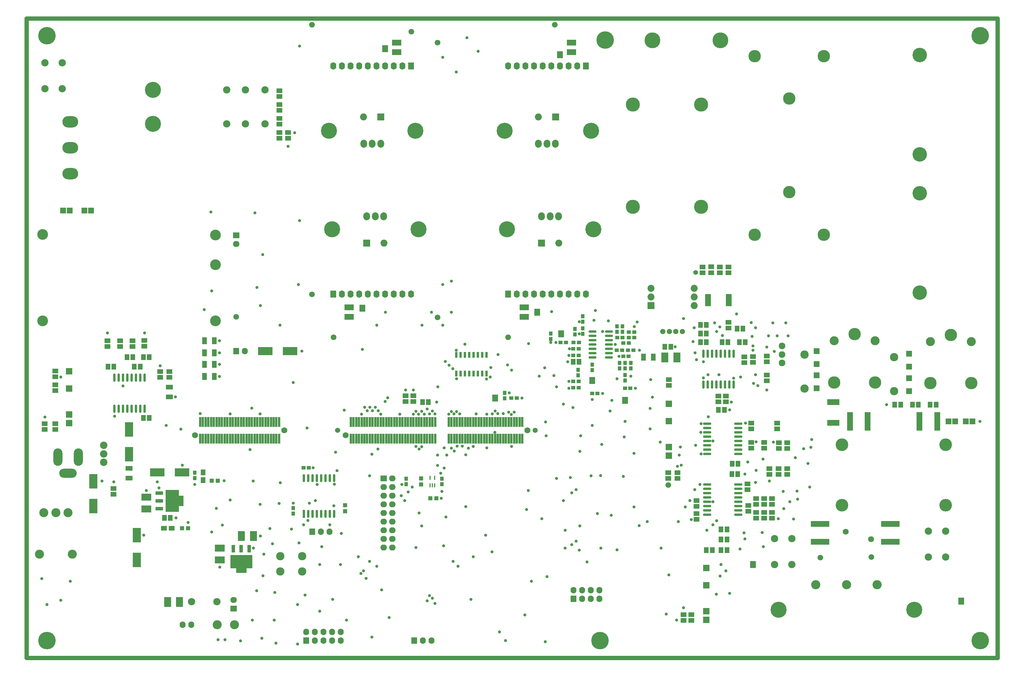
<source format=gts>
G04 Layer_Color=8388736*
%FSLAX25Y25*%
%MOIN*%
G70*
G01*
G75*
%ADD48C,0.05000*%
%ADD123R,0.06506X0.14379*%
%ADD124R,0.04537X0.04340*%
%ADD125R,0.06506X0.05718*%
%ADD126R,0.04340X0.04537*%
%ADD127R,0.05718X0.06506*%
%ADD128R,0.06899X0.06506*%
%ADD129R,0.03002X0.06624*%
%ADD130O,0.02962X0.09655*%
%ADD131R,0.01781X0.04537*%
%ADD132R,0.10600X0.12400*%
%ADD133R,0.15600X0.25600*%
%ADD134R,0.08600X0.04100*%
%ADD135O,0.02962X0.09261*%
%ADD136R,0.02962X0.09261*%
%ADD137O,0.09261X0.02962*%
%ADD138R,0.04537X0.04734*%
%ADD139R,0.06702X0.06899*%
%ADD140R,0.10600X0.06899*%
%ADD141R,0.07883X0.05718*%
%ADD142R,0.02569X0.11324*%
%ADD143R,0.02569X0.11324*%
%ADD144R,0.05521X0.06702*%
%ADD145R,0.17135X0.09261*%
%ADD146R,0.06899X0.21466*%
%ADD147R,0.08474X0.11624*%
%ADD148R,0.11624X0.08474*%
%ADD149R,0.21466X0.06899*%
%ADD150R,0.09261X0.17135*%
%ADD151R,0.06702X0.05521*%
%ADD152R,0.14379X0.06506*%
%ADD153R,0.12400X0.10600*%
%ADD154R,0.25600X0.15600*%
%ADD155R,0.04100X0.08600*%
%ADD156O,0.09655X0.02962*%
%ADD157R,0.05718X0.07883*%
%ADD158R,0.04734X0.04537*%
%ADD159C,0.16742*%
%ADD160C,0.08080*%
%ADD161R,0.08080X0.08080*%
%ADD162C,0.06112*%
%ADD163C,0.16348*%
%ADD164C,0.14379*%
%ADD165C,0.07698*%
%ADD166R,0.07608X0.07608*%
%ADD167C,0.10443*%
%ADD168O,0.06899X0.07687*%
%ADD169R,0.06899X0.08474*%
%ADD170C,0.09600*%
%ADD171C,0.08600*%
%ADD172C,0.06899*%
%ADD173O,0.07687X0.09261*%
%ADD174C,0.12411*%
%ADD175C,0.12411*%
%ADD176R,0.06899X0.07687*%
%ADD177O,0.07687X0.06899*%
%ADD178R,0.07687X0.06899*%
%ADD179C,0.14600*%
%ADD180C,0.18316*%
%ADD181O,0.10443X0.20285*%
%ADD182O,0.20285X0.10443*%
%ADD183C,0.18600*%
%ADD184C,0.10600*%
%ADD185C,0.05907*%
%ADD186C,0.07000*%
%ADD187C,0.08474*%
%ADD188R,0.08080X0.08080*%
%ADD189O,0.18316X0.13198*%
%ADD190O,0.06899X0.08474*%
%ADD191C,0.06600*%
%ADD192C,0.20285*%
%ADD193C,0.03600*%
%ADD194C,0.05600*%
D48*
X-23622Y-20000D02*
X1100000D01*
Y720000D01*
X-23622D02*
X1100000D01*
X-23622Y-20000D02*
Y720000D01*
D123*
X789008Y394000D02*
D03*
X764992D02*
D03*
D124*
X673350Y357000D02*
D03*
X679650D02*
D03*
X296850Y200000D02*
D03*
X303150D02*
D03*
X609350Y345000D02*
D03*
X615650D02*
D03*
X673350Y344201D02*
D03*
X667051D02*
D03*
X673350Y350500D02*
D03*
X679650D02*
D03*
X537350Y280500D02*
D03*
X543650D02*
D03*
X615427Y292415D02*
D03*
X609128D02*
D03*
X659350Y336000D02*
D03*
X665650D02*
D03*
X672350D02*
D03*
X678650D02*
D03*
X594350Y345000D02*
D03*
X600650D02*
D03*
X666150Y350500D02*
D03*
X659850D02*
D03*
X609128Y337415D02*
D03*
X615428D02*
D03*
X609128Y329915D02*
D03*
X615428D02*
D03*
X609128Y299915D02*
D03*
X615428D02*
D03*
X666850Y329000D02*
D03*
X673150D02*
D03*
X675150Y292000D02*
D03*
X668850D02*
D03*
X637150Y286000D02*
D03*
X630850D02*
D03*
D125*
X758500Y425654D02*
D03*
Y432346D02*
D03*
X833000Y300654D02*
D03*
Y307347D02*
D03*
X788600Y432093D02*
D03*
Y425400D02*
D03*
X778700D02*
D03*
Y432093D02*
D03*
X768500Y425700D02*
D03*
Y432393D02*
D03*
X777000Y282846D02*
D03*
Y276153D02*
D03*
X785700Y282846D02*
D03*
Y276153D02*
D03*
X269000Y620346D02*
D03*
Y613654D02*
D03*
X9778Y250761D02*
D03*
Y244069D02*
D03*
X745800Y23307D02*
D03*
Y30000D02*
D03*
X719078Y194346D02*
D03*
Y187654D02*
D03*
X77000Y175847D02*
D03*
Y169153D02*
D03*
X9500Y289154D02*
D03*
Y295847D02*
D03*
X-2722Y250761D02*
D03*
Y244069D02*
D03*
X736500Y23154D02*
D03*
Y29847D02*
D03*
X141500Y311347D02*
D03*
Y304654D02*
D03*
X729500Y194346D02*
D03*
Y187654D02*
D03*
X807000Y328346D02*
D03*
Y321654D02*
D03*
X751500Y146846D02*
D03*
Y140154D02*
D03*
X820500Y141654D02*
D03*
Y148346D02*
D03*
X810500Y181346D02*
D03*
Y174653D02*
D03*
X830000Y148346D02*
D03*
Y141654D02*
D03*
X820500Y157653D02*
D03*
Y164347D02*
D03*
X811500Y149653D02*
D03*
Y156346D02*
D03*
X751500Y155154D02*
D03*
Y161846D02*
D03*
X830000Y164347D02*
D03*
Y157653D02*
D03*
X839000D02*
D03*
Y164347D02*
D03*
Y148346D02*
D03*
Y141654D02*
D03*
X815100Y244892D02*
D03*
Y251585D02*
D03*
X845100Y244892D02*
D03*
Y251585D02*
D03*
X815100Y229085D02*
D03*
Y222392D02*
D03*
X830100D02*
D03*
Y229085D02*
D03*
X847000Y228847D02*
D03*
Y222153D02*
D03*
X856500Y228847D02*
D03*
Y222153D02*
D03*
X415000Y283347D02*
D03*
Y276654D02*
D03*
X424000D02*
D03*
Y283347D02*
D03*
X9500Y305153D02*
D03*
Y311846D02*
D03*
X70000Y346947D02*
D03*
Y340253D02*
D03*
X84500Y346947D02*
D03*
Y340253D02*
D03*
X99000D02*
D03*
Y346947D02*
D03*
X112500Y347346D02*
D03*
Y340653D02*
D03*
X131000Y311347D02*
D03*
Y304654D02*
D03*
X269000Y629654D02*
D03*
Y636346D02*
D03*
Y597653D02*
D03*
Y604347D02*
D03*
X279000Y587847D02*
D03*
Y581153D02*
D03*
X269000Y581153D02*
D03*
Y587847D02*
D03*
X788500Y368347D02*
D03*
Y361653D02*
D03*
X719578Y295153D02*
D03*
Y301847D02*
D03*
X817000Y328447D02*
D03*
Y321754D02*
D03*
X833000Y322654D02*
D03*
Y329346D02*
D03*
X856500Y198846D02*
D03*
Y192154D02*
D03*
X846500Y198846D02*
D03*
Y192154D02*
D03*
X836000Y198846D02*
D03*
Y192154D02*
D03*
D126*
X659500Y363650D02*
D03*
Y357350D02*
D03*
X662500Y314850D02*
D03*
Y321150D02*
D03*
X620000Y361150D02*
D03*
Y354850D02*
D03*
Y368850D02*
D03*
Y375150D02*
D03*
X610978Y354180D02*
D03*
Y360479D02*
D03*
X666000Y363650D02*
D03*
Y357350D02*
D03*
X631000Y319150D02*
D03*
Y312850D02*
D03*
X669000Y300850D02*
D03*
Y307150D02*
D03*
X614778Y313065D02*
D03*
Y306765D02*
D03*
X675500Y321150D02*
D03*
Y314850D02*
D03*
X669000Y314850D02*
D03*
Y321150D02*
D03*
X583000Y348850D02*
D03*
Y355150D02*
D03*
X529500Y286650D02*
D03*
Y280350D02*
D03*
X457000Y187150D02*
D03*
Y180850D02*
D03*
X415500D02*
D03*
Y187150D02*
D03*
X171000Y194150D02*
D03*
Y187850D02*
D03*
X285000Y146850D02*
D03*
Y153150D02*
D03*
D127*
X777153Y267000D02*
D03*
X783847D02*
D03*
X715154Y340000D02*
D03*
X721846D02*
D03*
X799643Y204400D02*
D03*
X792950D02*
D03*
X786846Y128500D02*
D03*
X780154D02*
D03*
X615624Y322415D02*
D03*
X608931D02*
D03*
X142546Y141900D02*
D03*
X135854D02*
D03*
X786846Y104500D02*
D03*
X780154D02*
D03*
X77346Y317000D02*
D03*
X70653D02*
D03*
X763068Y345085D02*
D03*
X756376D02*
D03*
X769846Y104500D02*
D03*
X763154D02*
D03*
X780154Y117000D02*
D03*
X786846D02*
D03*
X792654Y192500D02*
D03*
X799346D02*
D03*
X434654Y276000D02*
D03*
X441347D02*
D03*
X92654Y328000D02*
D03*
X99347D02*
D03*
X111653D02*
D03*
X118347D02*
D03*
X107846Y317000D02*
D03*
X101154D02*
D03*
X118347Y257500D02*
D03*
X111653D02*
D03*
X798654Y361000D02*
D03*
X805346D02*
D03*
X756376Y365085D02*
D03*
X763068D02*
D03*
X763068Y355085D02*
D03*
X756376D02*
D03*
X808068Y345085D02*
D03*
X801376D02*
D03*
X781376D02*
D03*
X788068D02*
D03*
X987846Y273000D02*
D03*
X981153D02*
D03*
X1001653D02*
D03*
X1008346D02*
D03*
X1028846D02*
D03*
X1022153D02*
D03*
D128*
X997500Y331980D02*
D03*
Y317020D02*
D03*
X890500Y292020D02*
D03*
Y306980D02*
D03*
Y334980D02*
D03*
Y320020D02*
D03*
X997500Y288520D02*
D03*
Y303480D02*
D03*
D129*
X473578Y309008D02*
D03*
X478578D02*
D03*
X483578D02*
D03*
X488578D02*
D03*
X493578D02*
D03*
X498578D02*
D03*
X503578D02*
D03*
X508578D02*
D03*
X488578Y330504D02*
D03*
X483578D02*
D03*
X478578D02*
D03*
X473578D02*
D03*
X503578D02*
D03*
X498578D02*
D03*
X493578D02*
D03*
X508578D02*
D03*
D130*
X759500Y296087D02*
D03*
X764500D02*
D03*
X769500D02*
D03*
X774500D02*
D03*
X779500D02*
D03*
X784500D02*
D03*
X789500D02*
D03*
X794500D02*
D03*
X759500Y331913D02*
D03*
X764500D02*
D03*
X769500D02*
D03*
X774500D02*
D03*
X779500D02*
D03*
X784500D02*
D03*
X789500D02*
D03*
X794500D02*
D03*
X78057Y268234D02*
D03*
X83057D02*
D03*
X88057D02*
D03*
X93057D02*
D03*
X98057D02*
D03*
X103057D02*
D03*
X108057D02*
D03*
X113057D02*
D03*
X78057Y304061D02*
D03*
X83057D02*
D03*
X88057D02*
D03*
X93057D02*
D03*
X98057D02*
D03*
X103057D02*
D03*
X108057D02*
D03*
X113057D02*
D03*
D131*
X448559Y179669D02*
D03*
X443441D02*
D03*
X446000D02*
D03*
X448559Y188331D02*
D03*
X443441D02*
D03*
D132*
X152592Y161686D02*
D03*
D133*
X145008Y161700D02*
D03*
D134*
X130008Y152500D02*
D03*
Y161600D02*
D03*
Y170700D02*
D03*
D135*
X332378Y187984D02*
D03*
X327378D02*
D03*
X322378D02*
D03*
X317378D02*
D03*
X312378D02*
D03*
X307378D02*
D03*
X302378D02*
D03*
X297378D02*
D03*
X332378Y146646D02*
D03*
X327378D02*
D03*
X322378D02*
D03*
X317378D02*
D03*
X312378D02*
D03*
X307378D02*
D03*
X302378D02*
D03*
D136*
X297378D02*
D03*
D137*
X631351Y357415D02*
D03*
Y352415D02*
D03*
Y347415D02*
D03*
Y342415D02*
D03*
Y337415D02*
D03*
Y332415D02*
D03*
Y327415D02*
D03*
X650249Y357415D02*
D03*
Y352415D02*
D03*
Y347415D02*
D03*
Y342415D02*
D03*
Y337415D02*
D03*
Y332415D02*
D03*
Y327415D02*
D03*
D138*
X433000Y180496D02*
D03*
Y187504D02*
D03*
X345000Y156504D02*
D03*
Y149496D02*
D03*
D139*
X1050839Y253500D02*
D03*
X1043161D02*
D03*
X43161Y497500D02*
D03*
X50839D02*
D03*
X26339D02*
D03*
X18661D02*
D03*
X1063161Y253500D02*
D03*
X1070839D02*
D03*
D140*
X607000Y680988D02*
D03*
Y692012D02*
D03*
X349778Y385427D02*
D03*
Y374403D02*
D03*
X552278Y385427D02*
D03*
Y374403D02*
D03*
X404500Y680988D02*
D03*
Y692012D02*
D03*
D141*
X95000Y199209D02*
D03*
Y187791D02*
D03*
X141500Y293209D02*
D03*
Y281791D02*
D03*
D142*
X177291Y233614D02*
D03*
Y253000D02*
D03*
X180441Y233614D02*
D03*
Y253000D02*
D03*
X183591Y233614D02*
D03*
Y253000D02*
D03*
X186740Y233614D02*
D03*
Y253000D02*
D03*
X189890Y233614D02*
D03*
Y253000D02*
D03*
X193039Y233614D02*
D03*
Y253000D02*
D03*
X196189Y233614D02*
D03*
Y253000D02*
D03*
X199339Y233614D02*
D03*
Y253000D02*
D03*
X202488Y233614D02*
D03*
Y253000D02*
D03*
X205638Y233614D02*
D03*
Y253000D02*
D03*
X208787D02*
D03*
X211937Y233614D02*
D03*
Y253000D02*
D03*
X215087Y233614D02*
D03*
Y253000D02*
D03*
X218236Y233614D02*
D03*
Y253000D02*
D03*
X221386Y233614D02*
D03*
Y253000D02*
D03*
X224535Y233614D02*
D03*
Y253000D02*
D03*
X227685Y233614D02*
D03*
Y253000D02*
D03*
X230835Y233614D02*
D03*
Y253000D02*
D03*
X233984Y233614D02*
D03*
Y253000D02*
D03*
X237134Y233614D02*
D03*
Y253000D02*
D03*
X240283Y233614D02*
D03*
Y253000D02*
D03*
X243433Y233614D02*
D03*
Y253000D02*
D03*
X246583Y233614D02*
D03*
Y253000D02*
D03*
X249732Y233614D02*
D03*
Y253000D02*
D03*
X252882Y233614D02*
D03*
Y253000D02*
D03*
X256031Y233614D02*
D03*
Y253000D02*
D03*
X259181Y233614D02*
D03*
Y253000D02*
D03*
X262331Y233614D02*
D03*
Y253000D02*
D03*
X265480Y233614D02*
D03*
Y253000D02*
D03*
X268630Y233614D02*
D03*
X268630Y253000D02*
D03*
X351575Y233614D02*
D03*
Y253000D02*
D03*
X354724Y233614D02*
D03*
Y253000D02*
D03*
X357874Y233614D02*
D03*
Y253000D02*
D03*
X361024Y233614D02*
D03*
Y253000D02*
D03*
X364173Y233614D02*
D03*
Y253000D02*
D03*
X367323Y233614D02*
D03*
Y253000D02*
D03*
X370472Y233614D02*
D03*
Y253000D02*
D03*
X373622Y233614D02*
D03*
Y253000D02*
D03*
X376772Y233614D02*
D03*
Y253000D02*
D03*
X379921Y233614D02*
D03*
Y253000D02*
D03*
X383071Y233614D02*
D03*
Y253000D02*
D03*
X386221Y233614D02*
D03*
Y253000D02*
D03*
X389370Y233614D02*
D03*
Y253000D02*
D03*
X392520Y233614D02*
D03*
Y253000D02*
D03*
X395669Y233614D02*
D03*
Y253000D02*
D03*
X398819Y233614D02*
D03*
Y253000D02*
D03*
X401968Y233614D02*
D03*
Y253000D02*
D03*
X405118Y233614D02*
D03*
Y253000D02*
D03*
X408268Y233614D02*
D03*
X411417D02*
D03*
Y253000D02*
D03*
X414567Y233614D02*
D03*
Y253000D02*
D03*
X417717Y233614D02*
D03*
Y253000D02*
D03*
X420866Y233614D02*
D03*
Y253000D02*
D03*
X424016Y233614D02*
D03*
X427165D02*
D03*
Y253000D02*
D03*
X430315Y233614D02*
D03*
Y253000D02*
D03*
X433465Y233614D02*
D03*
Y253000D02*
D03*
X436614Y233614D02*
D03*
Y253000D02*
D03*
X439764Y233614D02*
D03*
Y253000D02*
D03*
X442913Y233614D02*
D03*
Y253000D02*
D03*
X446063Y233614D02*
D03*
Y253000D02*
D03*
X449213Y233614D02*
D03*
Y253000D02*
D03*
X464961Y233614D02*
D03*
Y253000D02*
D03*
X468110Y233614D02*
D03*
Y253000D02*
D03*
X471260Y233614D02*
D03*
Y253000D02*
D03*
X474409Y233614D02*
D03*
Y253000D02*
D03*
X477559Y233614D02*
D03*
Y253000D02*
D03*
X480709Y233614D02*
D03*
Y253000D02*
D03*
X483858Y233614D02*
D03*
Y253000D02*
D03*
X487008Y233614D02*
D03*
Y253000D02*
D03*
X490158Y233614D02*
D03*
Y253000D02*
D03*
X493307Y233614D02*
D03*
Y253000D02*
D03*
X496457Y233614D02*
D03*
Y253000D02*
D03*
X499606Y233614D02*
D03*
Y253000D02*
D03*
X502756Y233614D02*
D03*
Y253000D02*
D03*
X505905Y233614D02*
D03*
Y253000D02*
D03*
X509055Y233614D02*
D03*
Y253000D02*
D03*
X512205Y233614D02*
D03*
Y253000D02*
D03*
X515354Y233614D02*
D03*
Y253000D02*
D03*
X518504Y233614D02*
D03*
Y253000D02*
D03*
X521654Y233614D02*
D03*
Y253000D02*
D03*
X524803Y233614D02*
D03*
Y253000D02*
D03*
X527953Y233614D02*
D03*
Y253000D02*
D03*
X531102Y233614D02*
D03*
Y253000D02*
D03*
X534252Y233614D02*
D03*
X534252Y253000D02*
D03*
X537402Y233614D02*
D03*
Y253000D02*
D03*
X540551Y233614D02*
D03*
X540551Y253000D02*
D03*
X543701Y233614D02*
D03*
Y253000D02*
D03*
X546850Y233614D02*
D03*
Y253000D02*
D03*
X550000Y233614D02*
D03*
Y253000D02*
D03*
D143*
X208787Y233614D02*
D03*
X408268Y253000D02*
D03*
X424016D02*
D03*
D144*
X180500Y185472D02*
D03*
Y194528D02*
D03*
D145*
X252630Y335000D02*
D03*
X281370D02*
D03*
X156370Y194500D02*
D03*
X127630D02*
D03*
D146*
X949736Y253500D02*
D03*
X929264D02*
D03*
X1030236D02*
D03*
X1009764D02*
D03*
D147*
X728890Y327500D02*
D03*
X715110D02*
D03*
X238890Y121000D02*
D03*
X225110D02*
D03*
X153390Y44500D02*
D03*
X139610D02*
D03*
D148*
X200000Y93110D02*
D03*
Y106890D02*
D03*
X115000Y165890D02*
D03*
Y152110D02*
D03*
D149*
X976000Y114264D02*
D03*
Y134736D02*
D03*
X894500D02*
D03*
Y114264D02*
D03*
D150*
X104000Y93130D02*
D03*
Y121870D02*
D03*
X95000Y215630D02*
D03*
Y244370D02*
D03*
X53500Y155630D02*
D03*
Y184370D02*
D03*
D151*
X144228Y129900D02*
D03*
X135172D02*
D03*
D152*
X910000Y251992D02*
D03*
Y276008D02*
D03*
D153*
X224886Y83593D02*
D03*
D154*
X224900Y91177D02*
D03*
D155*
X215700Y106177D02*
D03*
X224800D02*
D03*
X233900D02*
D03*
D156*
X764087Y251000D02*
D03*
Y246000D02*
D03*
Y241000D02*
D03*
Y236000D02*
D03*
Y231000D02*
D03*
Y226000D02*
D03*
Y221000D02*
D03*
Y216000D02*
D03*
X799913Y251000D02*
D03*
Y246000D02*
D03*
Y241000D02*
D03*
Y236000D02*
D03*
Y231000D02*
D03*
Y226000D02*
D03*
Y221000D02*
D03*
Y216000D02*
D03*
X764087Y180500D02*
D03*
Y175500D02*
D03*
Y170500D02*
D03*
Y165500D02*
D03*
Y160500D02*
D03*
Y155500D02*
D03*
Y150500D02*
D03*
Y145500D02*
D03*
X799913Y180500D02*
D03*
Y175500D02*
D03*
Y170500D02*
D03*
Y165500D02*
D03*
Y160500D02*
D03*
Y155500D02*
D03*
Y150500D02*
D03*
Y145500D02*
D03*
D157*
X193709Y305500D02*
D03*
X182291D02*
D03*
Y319500D02*
D03*
X193709D02*
D03*
Y333000D02*
D03*
X182291D02*
D03*
Y347000D02*
D03*
X193709D02*
D03*
X701709Y328000D02*
D03*
X690291D02*
D03*
D158*
X163204Y129900D02*
D03*
X156196D02*
D03*
X190496Y185000D02*
D03*
X197504D02*
D03*
X450704Y164400D02*
D03*
X443696D02*
D03*
D159*
X1010000Y677500D02*
D03*
Y562500D02*
D03*
Y402500D02*
D03*
Y517500D02*
D03*
D160*
X698969Y407626D02*
D03*
Y397626D02*
D03*
X748969Y387626D02*
D03*
Y397626D02*
D03*
Y407626D02*
D03*
X366378Y606000D02*
D03*
X592200Y459900D02*
D03*
X568578Y606000D02*
D03*
X390000Y459900D02*
D03*
D161*
X698969Y387626D02*
D03*
D162*
X735218Y357626D02*
D03*
X727718D02*
D03*
X720219D02*
D03*
X712718D02*
D03*
D163*
X678130Y620055D02*
D03*
X756870D02*
D03*
X678130Y501945D02*
D03*
X756870D02*
D03*
D164*
X858900Y627068D02*
D03*
X898861Y676280D02*
D03*
X818939D02*
D03*
X858900Y518800D02*
D03*
X898861Y469587D02*
D03*
X818939D02*
D03*
X1022478Y297784D02*
D03*
X1069722D02*
D03*
X1046100Y353690D02*
D03*
X910978Y298684D02*
D03*
X958222D02*
D03*
X934600Y354590D02*
D03*
D165*
X850500Y321158D02*
D03*
Y340843D02*
D03*
Y331000D02*
D03*
D166*
X719500Y274000D02*
D03*
Y254000D02*
D03*
Y224000D02*
D03*
Y214000D02*
D03*
X25700Y311700D02*
D03*
Y291700D02*
D03*
Y261700D02*
D03*
Y251700D02*
D03*
X763000Y24000D02*
D03*
Y34000D02*
D03*
Y64000D02*
D03*
Y84000D02*
D03*
D167*
X216878Y18315D02*
D03*
X196878D02*
D03*
X10378Y147909D02*
D03*
X24394Y147713D02*
D03*
X-3638Y147713D02*
D03*
X29374Y99721D02*
D03*
X-8618D02*
D03*
X1069722Y345816D02*
D03*
X1022478D02*
D03*
X958222Y346716D02*
D03*
X910978D02*
D03*
D168*
X166878Y18315D02*
D03*
X156878D02*
D03*
X609384Y58045D02*
D03*
X619384Y48045D02*
D03*
Y58045D02*
D03*
X629384Y48045D02*
D03*
Y58045D02*
D03*
X639384Y48045D02*
D03*
Y58045D02*
D03*
X229000Y335000D02*
D03*
X340000Y10000D02*
D03*
Y0D02*
D03*
X330000Y10000D02*
D03*
Y0D02*
D03*
X320000Y10000D02*
D03*
Y0D02*
D03*
X310000Y10000D02*
D03*
Y0D02*
D03*
X300000Y10000D02*
D03*
X435000Y0D02*
D03*
X445000D02*
D03*
X317000Y126000D02*
D03*
X327000D02*
D03*
D169*
X1058000Y45500D02*
D03*
X421378Y665000D02*
D03*
X533578Y400900D02*
D03*
X623578Y665000D02*
D03*
X331378Y400900D02*
D03*
X567278Y379915D02*
D03*
X817000Y88000D02*
D03*
X595000Y355000D02*
D03*
X518500Y280500D02*
D03*
X593500Y678000D02*
D03*
X365000Y384500D02*
D03*
X391378Y685000D02*
D03*
X631000Y301000D02*
D03*
X669000Y278000D02*
D03*
D170*
X269827Y79874D02*
D03*
Y97591D02*
D03*
X295417Y79874D02*
D03*
Y97591D02*
D03*
X980200Y328031D02*
D03*
Y288661D02*
D03*
X876700Y291661D02*
D03*
Y331031D02*
D03*
D171*
X65500Y226000D02*
D03*
Y216000D02*
D03*
Y206157D02*
D03*
D172*
X924236Y125831D02*
D03*
X953764Y117169D02*
D03*
D173*
X366555Y574964D02*
D03*
X376397D02*
D03*
X386240D02*
D03*
X592023Y490936D02*
D03*
X582181D02*
D03*
X572338D02*
D03*
X568755Y574964D02*
D03*
X578597D02*
D03*
X588440D02*
D03*
X389823Y490936D02*
D03*
X379981D02*
D03*
X370138D02*
D03*
D174*
X195000Y370000D02*
D03*
Y469213D02*
D03*
Y435000D02*
D03*
X-5000Y370000D02*
D03*
D175*
Y470000D02*
D03*
D176*
X609384Y48045D02*
D03*
X219000Y335000D02*
D03*
X300000Y0D02*
D03*
X425000D02*
D03*
X307000Y126000D02*
D03*
D177*
X399778Y187415D02*
D03*
X389778Y177415D02*
D03*
X399778D02*
D03*
X389778Y167415D02*
D03*
X399778D02*
D03*
X389778Y157415D02*
D03*
X399778D02*
D03*
X389778Y147415D02*
D03*
X399778D02*
D03*
X389778Y137415D02*
D03*
X399778D02*
D03*
X389778Y127415D02*
D03*
X399778D02*
D03*
X389778Y117415D02*
D03*
X399778D02*
D03*
X389778Y107415D02*
D03*
X399778D02*
D03*
X216000Y47000D02*
D03*
X219000Y459000D02*
D03*
D178*
X389778Y187415D02*
D03*
X216000Y37000D02*
D03*
X219000Y469000D02*
D03*
D179*
X1040000Y226500D02*
D03*
Y156500D02*
D03*
X920000Y226500D02*
D03*
Y156500D02*
D03*
D180*
X779240Y694500D02*
D03*
X700500D02*
D03*
D181*
X36215Y212198D02*
D03*
X12593D02*
D03*
D182*
X24392Y193694D02*
D03*
D183*
X846722Y35500D02*
D03*
X1003722D02*
D03*
X426378Y590000D02*
D03*
X326378D02*
D03*
X122500Y597815D02*
D03*
Y637185D02*
D03*
X532200Y475900D02*
D03*
X632200D02*
D03*
X529778Y590000D02*
D03*
X629778D02*
D03*
X430000Y475900D02*
D03*
X330000D02*
D03*
D184*
X925222Y64500D02*
D03*
X960722D02*
D03*
X889722D02*
D03*
D185*
X336417Y243307D02*
D03*
X565157D02*
D03*
D186*
X171386Y237402D02*
D03*
X274535Y243307D02*
D03*
X345669Y237402D02*
D03*
X555905Y243307D02*
D03*
D187*
X1020000Y96500D02*
D03*
X1040000D02*
D03*
X1020000Y126500D02*
D03*
X1040000D02*
D03*
X196806Y44915D02*
D03*
X167278D02*
D03*
X229778Y637100D02*
D03*
Y597730D02*
D03*
X252278Y637100D02*
D03*
Y597730D02*
D03*
X208000Y637185D02*
D03*
Y597815D02*
D03*
X842000Y88000D02*
D03*
X862000D02*
D03*
X842000Y118000D02*
D03*
X862000D02*
D03*
X17700Y668700D02*
D03*
X-2300D02*
D03*
X17700Y638700D02*
D03*
X-2300D02*
D03*
D188*
X386378Y606000D02*
D03*
X572200Y459900D02*
D03*
X588578Y606000D02*
D03*
X370000Y459900D02*
D03*
D189*
X26878Y540315D02*
D03*
Y600315D02*
D03*
Y570315D02*
D03*
D190*
X371378Y665000D02*
D03*
X351378D02*
D03*
X391378D02*
D03*
X381378D02*
D03*
X341378D02*
D03*
X401378D02*
D03*
X331378D02*
D03*
X411378D02*
D03*
X361378D02*
D03*
X583578Y400900D02*
D03*
X603578D02*
D03*
X563578D02*
D03*
X573578D02*
D03*
X613578D02*
D03*
X553578D02*
D03*
X623578D02*
D03*
X543578D02*
D03*
X593578D02*
D03*
X573578Y665000D02*
D03*
X553578D02*
D03*
X593578D02*
D03*
X583578D02*
D03*
X543578D02*
D03*
X603578D02*
D03*
X533578D02*
D03*
X613578D02*
D03*
X563578D02*
D03*
X381378Y400900D02*
D03*
X401378D02*
D03*
X361378D02*
D03*
X371378D02*
D03*
X411378D02*
D03*
X351378D02*
D03*
X421378D02*
D03*
X341378D02*
D03*
X391378D02*
D03*
D191*
X954028Y96500D02*
D03*
X894972Y96000D02*
D03*
X219000Y374403D02*
D03*
X452000Y374000D02*
D03*
Y692000D02*
D03*
X421500Y704500D02*
D03*
X306700Y712500D02*
D03*
Y400500D02*
D03*
X587500Y712500D02*
D03*
X331500Y350900D02*
D03*
X533500D02*
D03*
X719000Y180000D02*
D03*
D192*
X0Y700000D02*
D03*
Y0D02*
D03*
X1080000Y700000D02*
D03*
X645900Y695000D02*
D03*
X640000Y0D02*
D03*
X1080000D02*
D03*
D193*
X679600Y363200D02*
D03*
X589700Y187400D02*
D03*
Y293400D02*
D03*
X452200D02*
D03*
X736500Y38000D02*
D03*
X131000Y318000D02*
D03*
X88000Y294500D02*
D03*
X16000Y305000D02*
D03*
X659500Y303000D02*
D03*
X662000Y329000D02*
D03*
X631000Y279000D02*
D03*
Y249000D02*
D03*
X387200Y58400D02*
D03*
X750500Y226000D02*
D03*
X744000Y162000D02*
D03*
X597500D02*
D03*
Y273500D02*
D03*
X451000Y276000D02*
D03*
X455700Y193500D02*
D03*
X602500Y322500D02*
D03*
X138000Y249000D02*
D03*
X156500Y203000D02*
D03*
X297000Y134000D02*
D03*
X327378D02*
D03*
X522000Y330900D02*
D03*
X515200Y262200D02*
D03*
X285000Y298400D02*
D03*
X286500Y587500D02*
D03*
X530500Y0D02*
D03*
X537300Y261700D02*
D03*
X523500Y10000D02*
D03*
X534300Y264300D02*
D03*
X430500Y221500D02*
D03*
Y147500D02*
D03*
X473500Y658000D02*
D03*
X468000Y416000D02*
D03*
Y380000D02*
D03*
X445000D02*
D03*
X391500D02*
D03*
X424000Y290000D02*
D03*
X410500Y180500D02*
D03*
X332500Y181000D02*
D03*
X408300Y261900D02*
D03*
X436600D02*
D03*
X477500Y262200D02*
D03*
X496600Y262100D02*
D03*
X521600Y262400D02*
D03*
X540600Y264300D02*
D03*
X535000Y286500D02*
D03*
X604000Y292000D02*
D03*
Y300000D02*
D03*
Y330000D02*
D03*
X604800Y337500D02*
D03*
X589000Y345000D02*
D03*
X456200Y164400D02*
D03*
X457000Y172500D02*
D03*
X308000Y200000D02*
D03*
X205000Y185000D02*
D03*
X171000Y180500D02*
D03*
X129500Y176500D02*
D03*
X115000Y173500D02*
D03*
X77200Y183400D02*
D03*
X78200Y259400D02*
D03*
X-2500Y258500D02*
D03*
X63700Y184400D02*
D03*
X127500Y183500D02*
D03*
X112000Y122000D02*
D03*
X177300Y262400D02*
D03*
X211900Y262300D02*
D03*
X199500Y305500D02*
D03*
Y319500D02*
D03*
Y333000D02*
D03*
X295000Y335000D02*
D03*
X292200Y485900D02*
D03*
Y688000D02*
D03*
X199500Y347000D02*
D03*
X148700Y281900D02*
D03*
X246700Y262100D02*
D03*
X149200Y141900D02*
D03*
X163200Y136400D02*
D03*
X583000Y344800D02*
D03*
X386300Y261900D02*
D03*
X364000D02*
D03*
X643000Y286000D02*
D03*
X681000Y292000D02*
D03*
X759700Y303900D02*
D03*
X765000Y307500D02*
D03*
X777500D02*
D03*
X794700Y303400D02*
D03*
X802500Y305000D02*
D03*
X820000Y307500D02*
D03*
X817500Y297500D02*
D03*
X822500Y295000D02*
D03*
X841500Y334500D02*
D03*
X727000Y340000D02*
D03*
X845000Y352500D02*
D03*
X857500D02*
D03*
X855000Y367500D02*
D03*
X840000D02*
D03*
X835000Y352500D02*
D03*
X833000Y339500D02*
D03*
X792000Y276000D02*
D03*
X790000Y267000D02*
D03*
X182000Y383000D02*
D03*
X616000Y104500D02*
D03*
X243000Y408500D02*
D03*
X637000Y147000D02*
D03*
X249500Y446500D02*
D03*
X247000Y387500D02*
D03*
X576000Y315500D02*
D03*
X240500Y495000D02*
D03*
X569500Y306000D02*
D03*
X189500Y496000D02*
D03*
X586500Y306500D02*
D03*
X190500Y404500D02*
D03*
X683000Y368500D02*
D03*
X27000Y68500D02*
D03*
X736500Y372500D02*
D03*
X0Y41500D02*
D03*
X649500Y370000D02*
D03*
X-6000Y71500D02*
D03*
X633000Y370500D02*
D03*
X16000Y46500D02*
D03*
X634500Y382000D02*
D03*
X155000Y244500D02*
D03*
X584000Y380500D02*
D03*
X237000Y269000D02*
D03*
X698500Y302000D02*
D03*
X344000Y266500D02*
D03*
X700500Y281500D02*
D03*
X301000Y246000D02*
D03*
X698000Y268500D02*
D03*
X334000Y218000D02*
D03*
X698000Y245000D02*
D03*
X235000Y221000D02*
D03*
X709500Y229500D02*
D03*
X270000Y182500D02*
D03*
X733000Y224000D02*
D03*
X238500Y184500D02*
D03*
X734000Y203000D02*
D03*
X290000Y-4000D02*
D03*
X731500Y214500D02*
D03*
X290000Y41500D02*
D03*
X668000Y235500D02*
D03*
X330500Y47500D02*
D03*
X642000Y227000D02*
D03*
X315500Y34000D02*
D03*
X617500Y237000D02*
D03*
X298500Y52500D02*
D03*
X608500Y269500D02*
D03*
X346500Y23500D02*
D03*
X651500Y265500D02*
D03*
X396000Y26500D02*
D03*
X653500Y278000D02*
D03*
X376000Y4000D02*
D03*
X537500Y313000D02*
D03*
X484500Y155000D02*
D03*
X513500Y316000D02*
D03*
X461500Y143000D02*
D03*
X513000Y305000D02*
D03*
X459000Y109500D02*
D03*
X533000Y319000D02*
D03*
X515000Y102500D02*
D03*
X577500Y237000D02*
D03*
X490500Y47500D02*
D03*
X577000Y253000D02*
D03*
X576500Y-1500D02*
D03*
X667000Y190000D02*
D03*
X578500Y74000D02*
D03*
X640500Y191000D02*
D03*
X553000Y29500D02*
D03*
X629500Y190500D02*
D03*
X560500Y68500D02*
D03*
X605500Y188500D02*
D03*
X716500Y30500D02*
D03*
X557000Y173500D02*
D03*
X719500Y76000D02*
D03*
X555000Y151500D02*
D03*
X710500Y107000D02*
D03*
X572500Y141000D02*
D03*
X641000Y107000D02*
D03*
X653000Y145000D02*
D03*
X625000Y91000D02*
D03*
X659500Y105000D02*
D03*
X757000Y251000D02*
D03*
Y216000D02*
D03*
X755700Y180400D02*
D03*
X729700Y201400D02*
D03*
X745500Y140000D02*
D03*
X728700Y23400D02*
D03*
X657500Y342500D02*
D03*
X508500Y302500D02*
D03*
X291000Y412000D02*
D03*
X518400Y240900D02*
D03*
X537500Y224500D02*
D03*
X493300Y224600D02*
D03*
X480800Y225000D02*
D03*
X239000Y107000D02*
D03*
X247000Y121000D02*
D03*
X302000Y139000D02*
D03*
X200000Y85000D02*
D03*
X285000Y159000D02*
D03*
X332000Y156000D02*
D03*
X268500Y158500D02*
D03*
X246500Y157500D02*
D03*
X203000Y133500D02*
D03*
X242500Y57500D02*
D03*
X196000Y153000D02*
D03*
X303500Y159000D02*
D03*
X212000Y162500D02*
D03*
X310500Y162000D02*
D03*
X190500Y125500D02*
D03*
X340500Y124000D02*
D03*
X224000Y-500D02*
D03*
X339500Y88000D02*
D03*
X198000Y1000D02*
D03*
X315500Y88000D02*
D03*
X206000Y1000D02*
D03*
X318000Y108500D02*
D03*
X265000Y-3000D02*
D03*
X291500Y113000D02*
D03*
X248500Y2500D02*
D03*
X261000Y112000D02*
D03*
X237500Y23500D02*
D03*
X258000Y129500D02*
D03*
X263000Y23500D02*
D03*
X283000Y129000D02*
D03*
X263500Y55500D02*
D03*
X251000Y100000D02*
D03*
X250000Y75000D02*
D03*
X449100Y43000D02*
D03*
Y262300D02*
D03*
X442800Y52000D02*
D03*
Y262200D02*
D03*
X528000Y262700D02*
D03*
X518500Y265600D02*
D03*
X433500Y224200D02*
D03*
Y132500D02*
D03*
X669000Y253500D02*
D03*
X685500Y336000D02*
D03*
X694700Y137400D02*
D03*
X730700D02*
D03*
X971500Y273000D02*
D03*
X807700Y192400D02*
D03*
X808200Y251400D02*
D03*
X774500Y53500D02*
D03*
X866000Y211500D02*
D03*
X790000Y54500D02*
D03*
X884000Y223500D02*
D03*
X779000Y74500D02*
D03*
X885000Y232500D02*
D03*
X785500Y80500D02*
D03*
X875500Y222000D02*
D03*
X780000Y88000D02*
D03*
X882500Y177500D02*
D03*
X802000Y106000D02*
D03*
X880500Y205000D02*
D03*
X829000Y108500D02*
D03*
X868000Y173000D02*
D03*
X807500Y117500D02*
D03*
X852000Y172500D02*
D03*
X827500Y125000D02*
D03*
X859500Y160500D02*
D03*
X806500Y124500D02*
D03*
X868500Y163500D02*
D03*
X811000Y206500D02*
D03*
X852500Y152500D02*
D03*
X828500Y210000D02*
D03*
X864000Y140500D02*
D03*
X820500Y197000D02*
D03*
X820000Y183000D02*
D03*
X440000Y46000D02*
D03*
Y268000D02*
D03*
X446000Y49000D02*
D03*
Y265500D02*
D03*
X675500Y306000D02*
D03*
X685200Y133000D02*
D03*
X775000Y138500D02*
D03*
X836000Y184500D02*
D03*
X798000Y378000D02*
D03*
X840500Y229500D02*
D03*
X820500Y230000D02*
D03*
X549500Y280500D02*
D03*
X643000Y357500D02*
D03*
X474000Y303000D02*
D03*
Y265000D02*
D03*
X469500Y314500D02*
D03*
X471100Y262200D02*
D03*
X465200Y318500D02*
D03*
X468000Y265000D02*
D03*
X461000Y323000D02*
D03*
X464900Y262000D02*
D03*
X846200Y140900D02*
D03*
X1079500Y253500D02*
D03*
X70000Y356000D02*
D03*
X113000D02*
D03*
X616000Y355000D02*
D03*
Y369000D02*
D03*
X833000Y290000D02*
D03*
X738700Y154400D02*
D03*
X679200D02*
D03*
Y216400D02*
D03*
X484700Y214900D02*
D03*
X471200Y219300D02*
D03*
X509000Y222900D02*
D03*
X507500Y122000D02*
D03*
X509000Y262000D02*
D03*
X473500Y336000D02*
D03*
X486000Y697500D02*
D03*
X365000Y336900D02*
D03*
X269500Y364900D02*
D03*
X279000Y571900D02*
D03*
X499000Y682000D02*
D03*
X483500Y343000D02*
D03*
X557200Y343400D02*
D03*
X458000Y675000D02*
D03*
Y412000D02*
D03*
Y365000D02*
D03*
X434000D02*
D03*
X381500D02*
D03*
X415000Y290000D02*
D03*
X452000Y202400D02*
D03*
Y214500D02*
D03*
X459700Y199400D02*
D03*
Y223000D02*
D03*
X770500Y231000D02*
D03*
Y160500D02*
D03*
X474500Y224800D02*
D03*
X487600Y222400D02*
D03*
X616700Y218900D02*
D03*
Y132400D02*
D03*
X770500Y133900D02*
D03*
X380000Y269900D02*
D03*
X373700D02*
D03*
X367700D02*
D03*
X360200Y96900D02*
D03*
X493200D02*
D03*
X468000Y222500D02*
D03*
X475700Y85900D02*
D03*
X381700D02*
D03*
X376000Y215500D02*
D03*
X391200Y276400D02*
D03*
X383200Y265900D02*
D03*
X369200Y71900D02*
D03*
X599700Y106900D02*
D03*
Y127400D02*
D03*
X763700D02*
D03*
X765200Y258900D02*
D03*
X376700Y265900D02*
D03*
X366200Y80400D02*
D03*
X612200Y114900D02*
D03*
Y174400D02*
D03*
X749700D02*
D03*
X756500Y241000D02*
D03*
X370700Y265900D02*
D03*
X363200Y77400D02*
D03*
X607200Y110900D02*
D03*
Y170900D02*
D03*
X394200Y280900D02*
D03*
X383000Y221500D02*
D03*
X778500Y363000D02*
D03*
X775000Y357500D02*
D03*
X781500Y353000D02*
D03*
X772500Y367500D02*
D03*
X749000Y362000D02*
D03*
X816000Y352000D02*
D03*
X747500Y346000D02*
D03*
X817000Y336000D02*
D03*
X815000Y368000D02*
D03*
X820000Y362000D02*
D03*
X817000Y341000D02*
D03*
X759500Y322500D02*
D03*
X751500Y325000D02*
D03*
X750000Y333000D02*
D03*
X427100Y265100D02*
D03*
X414000Y162000D02*
D03*
X433500Y265100D02*
D03*
X422500Y177500D02*
D03*
X430100Y261800D02*
D03*
X418000Y172000D02*
D03*
X424000Y261900D02*
D03*
X410000Y167500D02*
D03*
X312500Y180500D02*
D03*
X335500Y196500D02*
D03*
X373200Y190500D02*
D03*
Y91500D02*
D03*
X470000D02*
D03*
X462700Y214400D02*
D03*
X426900Y224600D02*
D03*
Y107500D02*
D03*
D194*
X750600Y425800D02*
D03*
M02*

</source>
